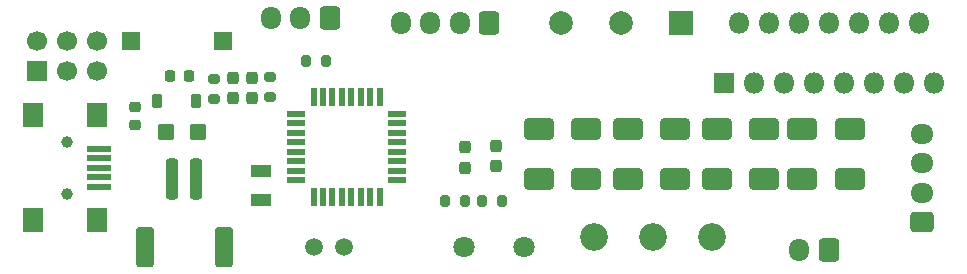
<source format=gbr>
%TF.GenerationSoftware,KiCad,Pcbnew,9.0.1*%
%TF.CreationDate,2025-06-18T23:24:53+09:00*%
%TF.ProjectId,NanoV3.3,4e616e6f-5633-42e3-932e-6b696361645f,rev?*%
%TF.SameCoordinates,Original*%
%TF.FileFunction,Soldermask,Top*%
%TF.FilePolarity,Negative*%
%FSLAX46Y46*%
G04 Gerber Fmt 4.6, Leading zero omitted, Abs format (unit mm)*
G04 Created by KiCad (PCBNEW 9.0.1) date 2025-06-18 23:24:53*
%MOMM*%
%LPD*%
G01*
G04 APERTURE LIST*
G04 Aperture macros list*
%AMRoundRect*
0 Rectangle with rounded corners*
0 $1 Rounding radius*
0 $2 $3 $4 $5 $6 $7 $8 $9 X,Y pos of 4 corners*
0 Add a 4 corners polygon primitive as box body*
4,1,4,$2,$3,$4,$5,$6,$7,$8,$9,$2,$3,0*
0 Add four circle primitives for the rounded corners*
1,1,$1+$1,$2,$3*
1,1,$1+$1,$4,$5*
1,1,$1+$1,$6,$7*
1,1,$1+$1,$8,$9*
0 Add four rect primitives between the rounded corners*
20,1,$1+$1,$2,$3,$4,$5,0*
20,1,$1+$1,$4,$5,$6,$7,0*
20,1,$1+$1,$6,$7,$8,$9,0*
20,1,$1+$1,$8,$9,$2,$3,0*%
G04 Aperture macros list end*
%ADD10RoundRect,0.237500X-0.237500X0.287500X-0.237500X-0.287500X0.237500X-0.287500X0.237500X0.287500X0*%
%ADD11RoundRect,0.250000X1.000000X0.650000X-1.000000X0.650000X-1.000000X-0.650000X1.000000X-0.650000X0*%
%ADD12RoundRect,0.200000X-0.275000X0.200000X-0.275000X-0.200000X0.275000X-0.200000X0.275000X0.200000X0*%
%ADD13R,1.700000X1.700000*%
%ADD14C,1.700000*%
%ADD15R,2.000000X2.000000*%
%ADD16C,2.000000*%
%ADD17RoundRect,0.200000X-0.200000X-0.275000X0.200000X-0.275000X0.200000X0.275000X-0.200000X0.275000X0*%
%ADD18RoundRect,0.250000X-1.000000X-0.650000X1.000000X-0.650000X1.000000X0.650000X-1.000000X0.650000X0*%
%ADD19RoundRect,0.250000X-0.250000X-1.500000X0.250000X-1.500000X0.250000X1.500000X-0.250000X1.500000X0*%
%ADD20RoundRect,0.250001X-0.499999X-1.449999X0.499999X-1.449999X0.499999X1.449999X-0.499999X1.449999X0*%
%ADD21RoundRect,0.250000X0.600000X0.725000X-0.600000X0.725000X-0.600000X-0.725000X0.600000X-0.725000X0*%
%ADD22O,1.700000X1.950000*%
%ADD23R,1.600000X0.550000*%
%ADD24R,0.550000X1.600000*%
%ADD25RoundRect,0.250000X-0.457500X-0.445000X0.457500X-0.445000X0.457500X0.445000X-0.457500X0.445000X0*%
%ADD26RoundRect,0.250000X0.725000X-0.600000X0.725000X0.600000X-0.725000X0.600000X-0.725000X-0.600000X0*%
%ADD27O,1.950000X1.700000*%
%ADD28C,1.500000*%
%ADD29C,1.800000*%
%ADD30R,1.800000X1.000000*%
%ADD31C,1.000000*%
%ADD32R,2.000000X0.500000*%
%ADD33R,1.700000X2.000000*%
%ADD34RoundRect,0.225000X0.225000X0.250000X-0.225000X0.250000X-0.225000X-0.250000X0.225000X-0.250000X0*%
%ADD35R,1.500000X1.500000*%
%ADD36RoundRect,0.225000X0.225000X0.375000X-0.225000X0.375000X-0.225000X-0.375000X0.225000X-0.375000X0*%
%ADD37RoundRect,0.225000X0.250000X-0.225000X0.250000X0.225000X-0.250000X0.225000X-0.250000X-0.225000X0*%
%ADD38R,1.800000X1.800000*%
%ADD39O,1.800000X1.800000*%
%ADD40C,2.340000*%
G04 APERTURE END LIST*
D10*
%TO.C,D6*%
X106400000Y-114625000D03*
X106400000Y-116375000D03*
%TD*%
D11*
%TO.C,D2*%
X134717500Y-123250000D03*
X130717500Y-123250000D03*
%TD*%
D12*
%TO.C,R15*%
X107900000Y-114575000D03*
X107900000Y-116225000D03*
%TD*%
D13*
%TO.C,J2*%
X88170000Y-114060000D03*
D14*
X88170000Y-111520000D03*
X90710000Y-114060000D03*
X90710000Y-111520000D03*
X93250000Y-114060000D03*
X93250000Y-111520000D03*
%TD*%
D15*
%TO.C,SW6*%
X142750000Y-110000000D03*
D16*
X137670000Y-110000000D03*
X132590000Y-110000000D03*
%TD*%
D17*
%TO.C,R16*%
X125875000Y-125100000D03*
X127525000Y-125100000D03*
%TD*%
D18*
%TO.C,D12*%
X145750000Y-123250000D03*
X149750000Y-123250000D03*
%TD*%
D19*
%TO.C,J6*%
X99650000Y-123250000D03*
X101650000Y-123250000D03*
D20*
X97300000Y-129000000D03*
X104000000Y-129000000D03*
%TD*%
D21*
%TO.C,CN12*%
X113000000Y-109600000D03*
D22*
X110500000Y-109600000D03*
X108000000Y-109600000D03*
%TD*%
D18*
%TO.C,D3*%
X138228333Y-123250000D03*
X142228333Y-123250000D03*
%TD*%
%TO.C,D5*%
X138228333Y-118980000D03*
X142228333Y-118980000D03*
%TD*%
D11*
%TO.C,D13*%
X149750000Y-119000000D03*
X145750000Y-119000000D03*
%TD*%
D23*
%TO.C,U4*%
X110160000Y-117700000D03*
X110160000Y-118500000D03*
X110160000Y-119300000D03*
X110160000Y-120100000D03*
X110160000Y-120900000D03*
X110160000Y-121700000D03*
X110160000Y-122500000D03*
X110160000Y-123300000D03*
D24*
X111610000Y-124750000D03*
X112410000Y-124750000D03*
X113210000Y-124750000D03*
X114010000Y-124750000D03*
X114810000Y-124750000D03*
X115610000Y-124750000D03*
X116410000Y-124750000D03*
X117210000Y-124750000D03*
D23*
X118660000Y-123300000D03*
X118660000Y-122500000D03*
X118660000Y-121700000D03*
X118660000Y-120900000D03*
X118660000Y-120100000D03*
X118660000Y-119300000D03*
X118660000Y-118500000D03*
X118660000Y-117700000D03*
D24*
X117210000Y-116250000D03*
X116410000Y-116250000D03*
X115610000Y-116250000D03*
X114810000Y-116250000D03*
X114010000Y-116250000D03*
X113210000Y-116250000D03*
X112410000Y-116250000D03*
X111610000Y-116250000D03*
%TD*%
D21*
%TO.C,J8*%
X155250000Y-129250000D03*
D22*
X152750000Y-129250000D03*
%TD*%
D25*
%TO.C,C6*%
X99147500Y-119250000D03*
X101852500Y-119250000D03*
%TD*%
D11*
%TO.C,D14*%
X157000000Y-123250000D03*
X153000000Y-123250000D03*
%TD*%
D26*
%TO.C,J3*%
X163160000Y-126870000D03*
D27*
X163160000Y-124370000D03*
X163160000Y-121870000D03*
X163160000Y-119370000D03*
%TD*%
D10*
%TO.C,D8*%
X124430000Y-120525000D03*
X124430000Y-122275000D03*
%TD*%
D18*
%TO.C,D11*%
X153000000Y-119000000D03*
X157000000Y-119000000D03*
%TD*%
D28*
%TO.C,K6*%
X111610000Y-128950000D03*
X114150000Y-128950000D03*
D29*
X124310000Y-128950000D03*
X129390000Y-128950000D03*
%TD*%
D17*
%TO.C,R1*%
X110975000Y-113250000D03*
X112625000Y-113250000D03*
%TD*%
D21*
%TO.C,J5*%
X126500000Y-110000000D03*
D22*
X124000000Y-110000000D03*
X121500000Y-110000000D03*
X119000000Y-110000000D03*
%TD*%
D17*
%TO.C,R17*%
X122775000Y-125100000D03*
X124425000Y-125100000D03*
%TD*%
D30*
%TO.C,Y1*%
X107140000Y-122520000D03*
X107140000Y-125020000D03*
%TD*%
D31*
%TO.C,J1*%
X90715000Y-120070000D03*
X90715000Y-124470000D03*
D32*
X93415000Y-120670000D03*
X93415000Y-121470000D03*
X93415000Y-122270000D03*
X93415000Y-123070000D03*
X93415000Y-123870000D03*
D33*
X93315000Y-117820000D03*
X87865000Y-117820000D03*
X93315000Y-126720000D03*
X87865000Y-126720000D03*
%TD*%
D34*
%TO.C,C3*%
X101025000Y-114500000D03*
X99475000Y-114500000D03*
%TD*%
D10*
%TO.C,D1*%
X104800000Y-114625000D03*
X104800000Y-116375000D03*
%TD*%
D35*
%TO.C,SW1*%
X103940000Y-111500000D03*
X96140000Y-111500000D03*
%TD*%
D36*
%TO.C,D9*%
X101650000Y-116600000D03*
X98350000Y-116600000D03*
%TD*%
D37*
%TO.C,C7*%
X96510000Y-118645000D03*
X96510000Y-117095000D03*
%TD*%
D38*
%TO.C,U2*%
X146340000Y-115080000D03*
D39*
X147610000Y-110000000D03*
X148880000Y-115080000D03*
X150150000Y-110000000D03*
X151420000Y-115080000D03*
X152690000Y-110000000D03*
X153960000Y-115080000D03*
X155230000Y-110000000D03*
X156500000Y-115080000D03*
X157770000Y-110000000D03*
X159040000Y-115080000D03*
X160310000Y-110000000D03*
X161580000Y-115080000D03*
X162850000Y-110000000D03*
X164120000Y-115080000D03*
%TD*%
D10*
%TO.C,D7*%
X127090000Y-120375000D03*
X127090000Y-122125000D03*
%TD*%
D11*
%TO.C,D4*%
X134672500Y-118980000D03*
X130672500Y-118980000D03*
%TD*%
D12*
%TO.C,R14*%
X103200000Y-114775000D03*
X103200000Y-116425000D03*
%TD*%
D40*
%TO.C,RV1*%
X135330000Y-128080000D03*
X140330000Y-128080000D03*
X145330000Y-128080000D03*
%TD*%
M02*

</source>
